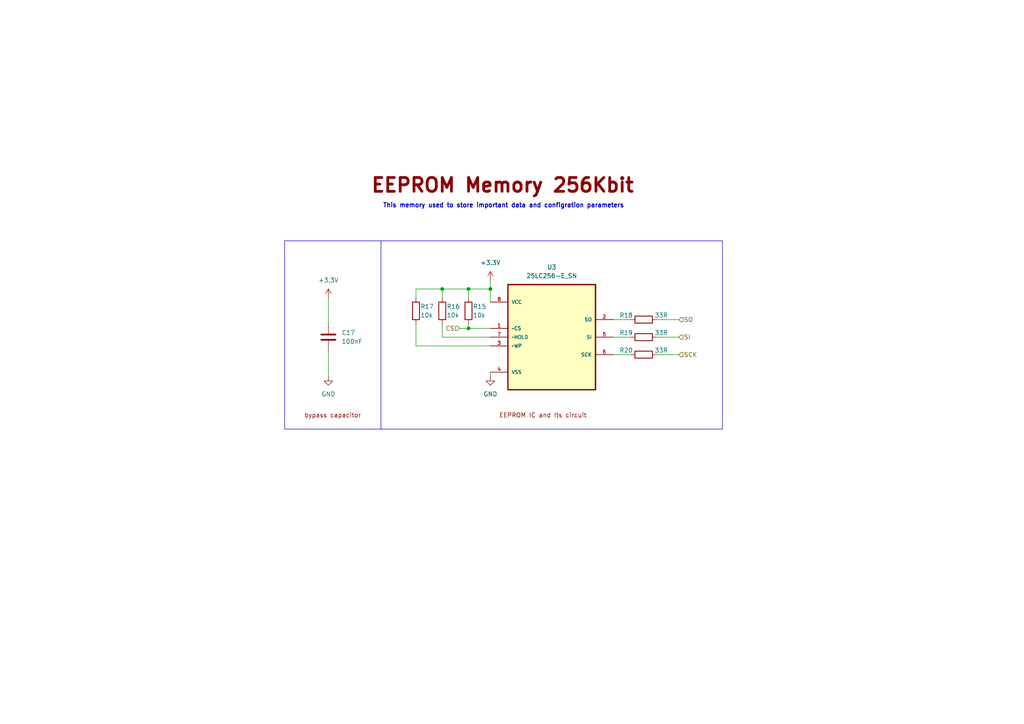
<source format=kicad_sch>
(kicad_sch (version 20250114) (generator "eeschema") (generator_version "9.0")
  (paper "A4")
  (title_block (title "${Project_Name}") (date "2026-01-07") (rev "V1"))
  (lib_symbols
    (symbol "25LC256-E_SN:25LC256-E_SN" (pin_names (offset 1.016))
      (property "Reference" "U" (at -5.1355 14.72 0))
      (property "Value" "25LC256-E_SN" (at -5.9032 -20.4577 0))
      (symbol "25LC256-E_SN_0_0"
        (rectangle (start -12.7 -17.78) (end 12.7 12.7) (stroke (width 0.4064)) (fill (type background)))
        (pin power_in line (at -17.78 7.62 0) (length 5.08) (name "VCC") (number "8"))
        (pin input line (at -17.78 0 0) (length 5.08) (name "~CS") (number "1"))
        (pin input line (at -17.78 -2.54 0) (length 5.08) (name "~HOLD") (number "7"))
        (pin input line (at -17.78 -5.08 0) (length 5.08) (name "~WP") (number "3"))
        (pin passive line (at -17.78 -12.7 0) (length 5.08) (name "VSS") (number "4"))
        (pin output line (at 17.78 2.54 180) (length 5.08) (name "SO") (number "2"))
        (pin input line (at 17.78 -2.54 180) (length 5.08) (name "SI") (number "5"))
        (pin input line (at 17.78 -7.62 180) (length 5.08) (name "SCK") (number "6"))
      )
    )
    (symbol "Device:C" (pin_numbers (hide yes)) (pin_names (offset 0.254))
      (property "Reference" "C" (at 0.635 2.54 0))
      (property "Value" "C" (at 0.635 -2.54 0))
      (symbol "C_0_1"
        (polyline (pts (xy -2.032 0.762) (xy 2.032 0.762)) (stroke (width 0.508)))
        (polyline (pts (xy -2.032 -0.762) (xy 2.032 -0.762)) (stroke (width 0.508)))
      )
      (symbol "C_1_1"
        (pin passive line (at 0 3.81 270) (length 2.794) (name "~") (number "1"))
        (pin passive line (at 0 -3.81 90) (length 2.794) (name "~") (number "2"))
      )
    )
    (symbol "Device:R" (pin_numbers (hide yes)) (pin_names (offset 0))
      (property "Reference" "R" (at 2.032 0 90))
      (property "Value" "R" (at 0 0 90))
      (symbol "R_0_1"
        (rectangle (start -1.016 -2.54) (end 1.016 2.54) (stroke (width 0.254)))
      )
      (symbol "R_1_1"
        (pin passive line (at 0 3.81 270) (length 1.27) (name "~") (number "1"))
        (pin passive line (at 0 -3.81 90) (length 1.27) (name "~") (number "2"))
      )
    )
    (symbol "power:+3.3V" (power) (pin_numbers (hide yes)) (pin_names (offset 0) (hide yes))
      (property "Value" "+3.3V" (at 0 3.556 0))
      (symbol "+3.3V_0_1"
        (polyline (pts (xy -0.762 1.27) (xy 0 2.54)))
        (polyline (pts (xy 0 2.54) (xy 0.762 1.27)))
        (polyline (pts (xy 0 0) (xy 0 2.54)))
      )
      (symbol "+3.3V_1_1"
        (pin power_in line (at 0 0 90) (length 0) (name "~") (number "1"))
      )
    )
    (symbol "power:GND" (power) (pin_numbers (hide yes)) (pin_names (offset 0) (hide yes))
      (property "Value" "GND" (at 0 -3.81 0))
      (symbol "GND_0_1"
        (polyline (pts (xy 0 0) (xy 0 -1.27) (xy 1.27 -1.27) (xy 0 -2.54) (xy -1.27 -1.27) (xy 0 -1.27)))
      )
      (symbol "GND_1_1"
        (pin power_in line (at 0 0 270) (length 0) (name "~") (number "1"))
      )
    )
  )
  (rectangle (start 82.55 69.85) (end 209.55 124.46))
  (text "EEPROM IC and Its circuit\n" (at 157.48 120.65 0) (effects (font (size 1.27 1.27))))
  (text "This memory used to store important data and configration parameters\n" (at 146.05 59.69 0) (effects (font (size 1.27 1.27) (thickness 0.254) (bold yes))))
  (text "bypass capacitor\n" (at 96.52 120.65 0) (effects (font (size 1.27 1.27))))
  (text "EEPROM Memory 256Kbit \n\n" (at 147.32 57.15 0) (effects (font (size 4 4) (thickness 0.8) (bold yes))))
  (junction (at 135.89 95.25))
  (junction (at 135.89 83.82))
  (junction (at 128.27 83.82))
  (junction (at 142.24 83.82))
  (wire (pts (xy 142.24 83.82) (xy 142.24 87.63)))
  (wire (pts (xy 177.8 102.87) (xy 182.88 102.87)))
  (wire (pts (xy 142.24 81.28) (xy 142.24 83.82)))
  (wire (pts (xy 120.65 83.82) (xy 128.27 83.82)))
  (wire (pts (xy 190.5 102.87) (xy 196.85 102.87)))
  (wire (pts (xy 177.8 97.79) (xy 182.88 97.79)))
  (wire (pts (xy 142.24 100.33) (xy 120.65 100.33)))
  (wire (pts (xy 177.8 92.71) (xy 182.88 92.71)))
  (wire (pts (xy 190.5 97.79) (xy 196.85 97.79)))
  (wire (pts (xy 135.89 93.98) (xy 135.89 95.25)))
  (wire (pts (xy 128.27 97.79) (xy 128.27 93.98)))
  (wire (pts (xy 128.27 83.82) (xy 135.89 83.82)))
  (wire (pts (xy 135.89 83.82) (xy 135.89 86.36)))
  (wire (pts (xy 120.65 100.33) (xy 120.65 93.98)))
  (wire (pts (xy 142.24 97.79) (xy 128.27 97.79)))
  (wire (pts (xy 133.35 95.25) (xy 135.89 95.25)))
  (wire (pts (xy 120.65 86.36) (xy 120.65 83.82)))
  (wire (pts (xy 128.27 83.82) (xy 128.27 86.36)))
  (wire (pts (xy 135.89 95.25) (xy 142.24 95.25)))
  (wire (pts (xy 95.25 101.6) (xy 95.25 109.22)))
  (wire (pts (xy 95.25 86.36) (xy 95.25 93.98)))
  (wire (pts (xy 142.24 107.95) (xy 142.24 109.22)))
  (wire (pts (xy 135.89 83.82) (xy 142.24 83.82)))
  (wire (pts (xy 190.5 92.71) (xy 196.85 92.71)))
  (polyline (pts (xy 110.49 69.85) (xy 110.49 124.46)))
  (hierarchical_label "SCK" (shape input) (at 196.85 102.87 0))
  (hierarchical_label "SI" (shape input) (at 196.85 97.79 0))
  (hierarchical_label "SO" (shape input) (at 196.85 92.71 0))
  (hierarchical_label "CS" (shape input) (at 133.35 95.25 180))
  (symbol (lib_id "Device:C") (at 95.25 97.79 180) (unit 1)
    (property "Reference" "C17" (at 99.06 96.5199 0) (effects (justify right)))
    (property "Value" "100nF" (at 99.06 99.0599 0) (effects (justify right)))
    (property "Footprint" "Capacitor_SMD:C_0603_1608Metric" (effects (hide yes)))
    (property "Datasheet" "https://www.lcsc.com/datasheet/C1591.pdf" (effects (hide yes)))
    (property "Description" "Unpolarized capacitor" (effects (hide yes)))
    (property "MP" "CL10B104KB8NNNC" (effects (hide yes)))
    (property "LCSC_PN" "C1591" (effects (hide yes)))
    (property "Assembled" "Yes" (effects (hide yes)))
  )
  (symbol (lib_id "power:GND") (at 142.24 109.22 0) (unit 1)
    (property "Reference" "#PWR030" (effects (hide yes)))
    (property "Value" "GND" (at 142.24 114.3 0))
    (property "Description" "Power symbol creates a global label with name \"GND\" , ground" (effects (hide yes)))
  )
  (symbol (lib_id "Device:R") (at 186.69 102.87 270) (unit 1)
    (property "Reference" "R20" (at 181.61 101.6 90))
    (property "Value" "33R" (at 191.77 101.6 90))
    (property "Footprint" "Resistor_SMD:R_0603_1608Metric" (effects (hide yes)))
    (property "Datasheet" "https://www.lcsc.com/datasheet/C108661.pdf" (effects (hide yes)))
    (property "Description" "Resistor" (effects (hide yes)))
    (property "LCSC_PN" "C108661" (effects (hide yes)))
    (property "MP" "RC0603FR-0733RL" (effects (hide yes)))
    (property "Assembled" "Yes" (effects (hide yes)))
  )
  (symbol (lib_id "Device:R") (at 186.69 97.79 270) (unit 1)
    (property "Reference" "R19" (at 181.61 96.52 90))
    (property "Value" "33R" (at 191.77 96.52 90))
    (property "Footprint" "Resistor_SMD:R_0603_1608Metric" (effects (hide yes)))
    (property "Datasheet" "https://www.lcsc.com/datasheet/C108661.pdf" (effects (hide yes)))
    (property "Description" "Resistor" (effects (hide yes)))
    (property "LCSC_PN" "C108661" (effects (hide yes)))
    (property "MP" "RC0603FR-0733RL" (effects (hide yes)))
    (property "Assembled" "Yes" (effects (hide yes)))
  )
  (symbol (lib_id "Device:R") (at 120.65 90.17 0) (unit 1)
    (property "Reference" "R17" (at 121.92 88.9 0) (effects (justify left)))
    (property "Value" "10k" (at 121.92 91.44 0) (effects (justify left)))
    (property "Footprint" "Resistor_SMD:R_0603_1608Metric" (effects (hide yes)))
    (property "Datasheet" "https://www.lcsc.com/datasheet/C98220.pdf" (effects (hide yes)))
    (property "Description" "Resistor" (effects (hide yes)))
    (property "LCSC_PN" "C98220" (effects (hide yes)))
    (property "MP" "RC0603FR-0710KL" (effects (hide yes)))
    (property "Assembled" "Yes" (effects (hide yes)))
  )
  (symbol (lib_id "power:GND") (at 95.25 109.22 0) (unit 1)
    (property "Reference" "#PWR031" (effects (hide yes)))
    (property "Value" "GND" (at 95.25 114.3 0))
    (property "Description" "Power symbol creates a global label with name \"GND\" , ground" (effects (hide yes)))
  )
  (symbol (lib_id "Device:R") (at 128.27 90.17 0) (unit 1)
    (property "Reference" "R16" (at 129.54 88.9 0) (effects (justify left)))
    (property "Value" "10k" (at 129.54 91.44 0) (effects (justify left)))
    (property "Footprint" "Resistor_SMD:R_0603_1608Metric" (effects (hide yes)))
    (property "Datasheet" "https://www.lcsc.com/datasheet/C98220.pdf" (effects (hide yes)))
    (property "Description" "Resistor" (effects (hide yes)))
    (property "LCSC_PN" "C98220" (effects (hide yes)))
    (property "MP" "RC0603FR-0710KL" (effects (hide yes)))
    (property "Assembled" "Yes" (effects (hide yes)))
  )
  (symbol (lib_id "Device:R") (at 186.69 92.71 270) (unit 1)
    (property "Reference" "R18" (at 181.61 91.44 90))
    (property "Value" "33R" (at 191.77 91.44 90))
    (property "Footprint" "Resistor_SMD:R_0603_1608Metric" (effects (hide yes)))
    (property "Datasheet" "https://www.lcsc.com/datasheet/C108661.pdf" (effects (hide yes)))
    (property "Description" "Resistor" (effects (hide yes)))
    (property "LCSC_PN" "C108661" (effects (hide yes)))
    (property "MP" "RC0603FR-0733RL" (effects (hide yes)))
    (property "Assembled" "Yes" (effects (hide yes)))
  )
  (symbol (lib_id "power:+3.3V") (at 95.25 86.36 0) (unit 1)
    (property "Reference" "#PWR032" (effects (hide yes)))
    (property "Value" "+3.3V" (at 95.25 81.28 0))
    (property "Description" "Power symbol creates a global label with name \"+3.3V\"" (effects (hide yes)))
  )
  (symbol (lib_id "Device:R") (at 135.89 90.17 0) (unit 1)
    (property "Reference" "R15" (at 137.16 88.9 0) (effects (justify left)))
    (property "Value" "10k" (at 137.16 91.44 0) (effects (justify left)))
    (property "Footprint" "Resistor_SMD:R_0603_1608Metric" (effects (hide yes)))
    (property "Datasheet" "https://www.lcsc.com/datasheet/C98220.pdf" (effects (hide yes)))
    (property "Description" "Resistor" (effects (hide yes)))
    (property "LCSC_PN" "C98220" (effects (hide yes)))
    (property "MP" "RC0603FR-0710KL" (effects (hide yes)))
    (property "Assembled" "Yes" (effects (hide yes)))
  )
  (symbol (lib_id "25LC256-E_SN:25LC256-E_SN") (at 160.02 95.25 0) (unit 1)
    (property "Reference" "U3" (at 160.02 77.47 0))
    (property "Value" "25LC256-E_SN" (at 160.02 80.01 0))
    (property "Footprint" "25LC256-E_SN:SOIC127P600X175-8N" (effects (hide yes)))
    (property "Datasheet" "https://www.lcsc.com/datasheet/C1349834.pdf" (effects (hide yes)))
    (property "Description" "2.5V~5.5V 256Kbit 10MHz SPI SOIC-8 Memory (ICs) RoHS" (effects (hide yes)))
    (property "MF" "Microchip" (effects (hide yes)))
    (property "Description_1" "256k, 32K X 8 , 2.5V SER EE EXT8 SOIC 3.90mm(.150in) TUBE | Microchip Technology Inc. 25LC256-E/SN" (effects (hide yes)))
    (property "PACKAGE" "SOIC-8" (effects (hide yes)))
    (property "MPN" "25LC256-E/SN" (effects (hide yes)))
    (property "Price" "None" (effects (hide yes)))
    (property "Package" "SOIC-8 Microchip" (effects (hide yes)))
    (property "OC_FARNELL" "1296584" (effects (hide yes)))
    (property "SnapEDA_Link" "https://www.snapeda.com/parts/25LC256-E/SN/Microchip+Technology/view-part/?ref=snap" (effects (hide yes)))
    (property "MP" "25LC256-E/SN" (effects (hide yes)))
    (property "SUPPLIER" "MICROCHIP" (effects (hide yes)))
    (property "OC_NEWARK" "92C7460" (effects (hide yes)))
    (property "Availability" "In Stock" (effects (hide yes)))
    (property "Check_prices" "https://www.snapeda.com/parts/25LC256-E/SN/Microchip+Technology/view-part/?ref=eda" (effects (hide yes)))
    (property "LCSC_PN" "C1349834" (effects (hide yes)))
    (property "Assembled" "Yes" (effects (hide yes)))
  )
  (symbol (lib_id "power:+3.3V") (at 142.24 81.28 0) (unit 1)
    (property "Reference" "#PWR029" (effects (hide yes)))
    (property "Value" "+3.3V" (at 142.24 76.2 0))
    (property "Description" "Power symbol creates a global label with name \"+3.3V\"" (effects (hide yes)))
  )
)
</source>
